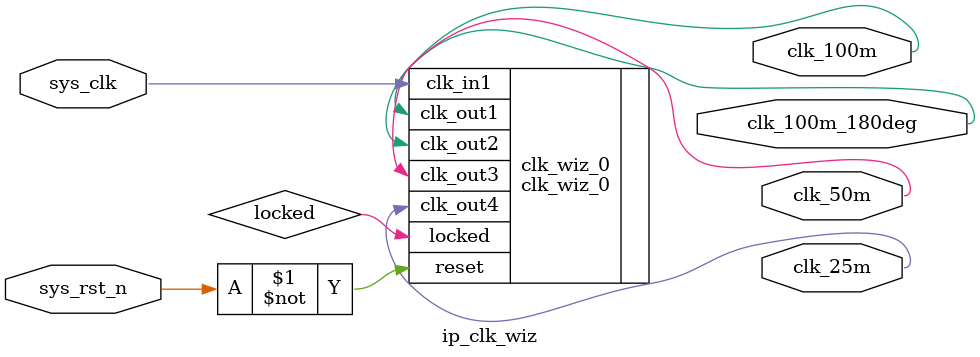
<source format=v>
`timescale 1ns / 1ps


module ip_clk_wiz(
    input    sys_clk,   //ÏµÍ³Ê±ÖÓ
    input    sys_rst_n, //ÏµÍ³¸´Î»,µÍµçÆ½ÓÐÐ§

    //Êä³öÊ±ÖÓ
    output   clk_100m,
    output   clk_100m_180deg,
    output   clk_50m,
    output   clk_25m
    );

//wrie define
wire  locked;

//PLL IPºËµÄÀý»¯
clk_wiz_0 clk_wiz_0
(
    .clk_out1 (clk_100m),
    .clk_out2 (clk_100m_180deg),
    .clk_out3 (clk_50m),
    .clk_out4 (clk_25m),
    // Status and control signals
    .reset (~sys_rst_n ), // input reset
    .locked (locked), // output locked
    // Clock in ports
    .clk_in1 (sys_clk ) // input clk_in1
);
endmodule

</source>
